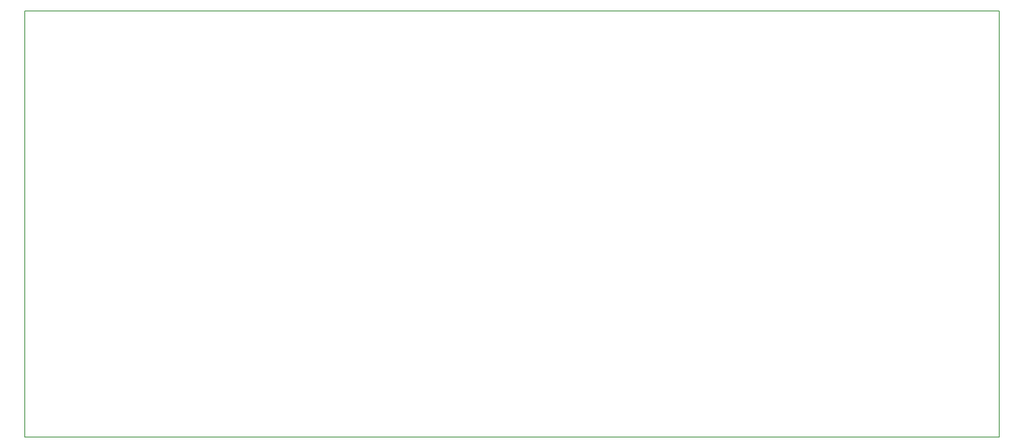
<source format=gbr>
G04 #@! TF.FileFunction,Profile,NP*
%FSLAX46Y46*%
G04 Gerber Fmt 4.6, Leading zero omitted, Abs format (unit mm)*
G04 Created by KiCad (PCBNEW 4.0.4-stable) date Thursday, January 05, 2017 'AMt' 11:09:21 AM*
%MOMM*%
%LPD*%
G01*
G04 APERTURE LIST*
%ADD10C,0.100000*%
%ADD11C,0.150000*%
G04 APERTURE END LIST*
D10*
D11*
X203200000Y0D02*
X203200000Y-88900000D01*
X0Y-88900000D02*
X203200000Y-88900000D01*
X0Y0D02*
X0Y-88900000D01*
X0Y0D02*
X203200000Y0D01*
M02*

</source>
